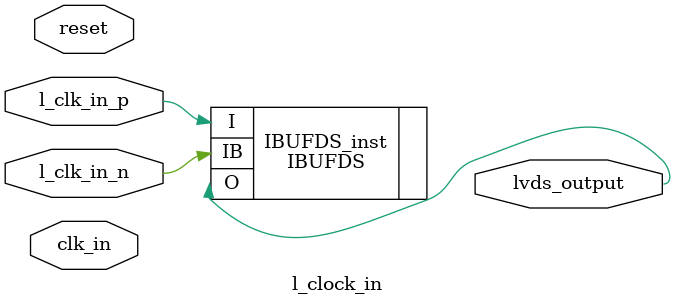
<source format=v>
`timescale 1ns / 1ps


module l_clock_in(
    input wire clk_in,        // Input clock signal
    input wire reset,         // Reset signal
    input wire l_clk_in_p,    // Positive LVDS clock output
    input wire l_clk_in_n,     // Negative LVDS clock output
    output wire lvds_output
    );
    
IBUFDS #(
   .DIFF_TERM("TRUE"),       // Differential Termination
   .IBUF_LOW_PWR("TRUE"),     // Low power="TRUE", Highest performance="FALSE"
   .IOSTANDARD("LVDS_25")     // Specify the output I/O standard  LVDS_25
) IBUFDS_inst (
   .O(lvds_output),  // Buffer output
   .I(l_clk_in_p),  // Diff_p buffer input (connect directly to top-level port)
   .IB(l_clk_in_n) // Diff_n buffer input (connect directly to top-level port)
);
    
    
endmodule

</source>
